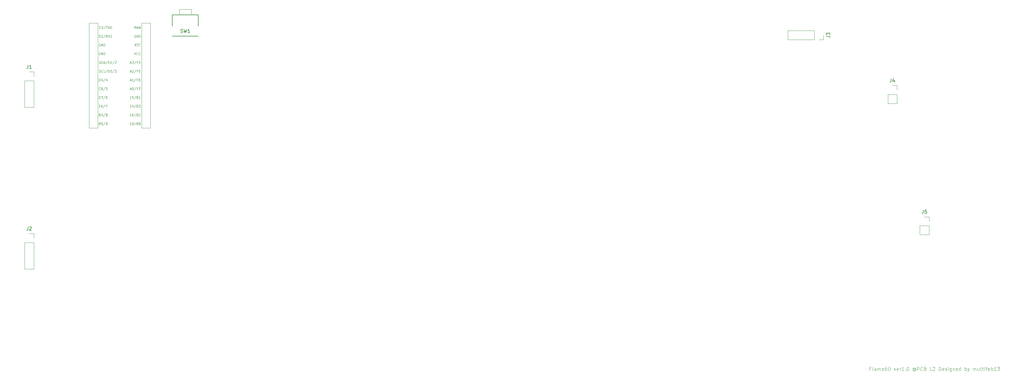
<source format=gbr>
G04 #@! TF.GenerationSoftware,KiCad,Pcbnew,(6.0.11)*
G04 #@! TF.CreationDate,2024-11-25T11:34:44+09:00*
G04 #@! TF.ProjectId,Flame60_PCB_Layer2,466c616d-6536-4305-9f50-43425f4c6179,rev?*
G04 #@! TF.SameCoordinates,Original*
G04 #@! TF.FileFunction,Legend,Top*
G04 #@! TF.FilePolarity,Positive*
%FSLAX46Y46*%
G04 Gerber Fmt 4.6, Leading zero omitted, Abs format (unit mm)*
G04 Created by KiCad (PCBNEW (6.0.11)) date 2024-11-25 11:34:44*
%MOMM*%
%LPD*%
G01*
G04 APERTURE LIST*
%ADD10C,0.125000*%
%ADD11C,0.150000*%
%ADD12C,0.120000*%
G04 APERTURE END LIST*
D10*
X315442559Y-162928571D02*
X315109226Y-162928571D01*
X315109226Y-163452380D02*
X315109226Y-162452380D01*
X315585416Y-162452380D01*
X316109226Y-163452380D02*
X316013988Y-163404761D01*
X315966369Y-163309523D01*
X315966369Y-162452380D01*
X316918750Y-163452380D02*
X316918750Y-162928571D01*
X316871130Y-162833333D01*
X316775892Y-162785714D01*
X316585416Y-162785714D01*
X316490178Y-162833333D01*
X316918750Y-163404761D02*
X316823511Y-163452380D01*
X316585416Y-163452380D01*
X316490178Y-163404761D01*
X316442559Y-163309523D01*
X316442559Y-163214285D01*
X316490178Y-163119047D01*
X316585416Y-163071428D01*
X316823511Y-163071428D01*
X316918750Y-163023809D01*
X317394940Y-163452380D02*
X317394940Y-162785714D01*
X317394940Y-162880952D02*
X317442559Y-162833333D01*
X317537797Y-162785714D01*
X317680654Y-162785714D01*
X317775892Y-162833333D01*
X317823511Y-162928571D01*
X317823511Y-163452380D01*
X317823511Y-162928571D02*
X317871130Y-162833333D01*
X317966369Y-162785714D01*
X318109226Y-162785714D01*
X318204464Y-162833333D01*
X318252083Y-162928571D01*
X318252083Y-163452380D01*
X319109226Y-163404761D02*
X319013988Y-163452380D01*
X318823511Y-163452380D01*
X318728273Y-163404761D01*
X318680654Y-163309523D01*
X318680654Y-162928571D01*
X318728273Y-162833333D01*
X318823511Y-162785714D01*
X319013988Y-162785714D01*
X319109226Y-162833333D01*
X319156845Y-162928571D01*
X319156845Y-163023809D01*
X318680654Y-163119047D01*
X320013988Y-162452380D02*
X319823511Y-162452380D01*
X319728273Y-162500000D01*
X319680654Y-162547619D01*
X319585416Y-162690476D01*
X319537797Y-162880952D01*
X319537797Y-163261904D01*
X319585416Y-163357142D01*
X319633035Y-163404761D01*
X319728273Y-163452380D01*
X319918750Y-163452380D01*
X320013988Y-163404761D01*
X320061607Y-163357142D01*
X320109226Y-163261904D01*
X320109226Y-163023809D01*
X320061607Y-162928571D01*
X320013988Y-162880952D01*
X319918750Y-162833333D01*
X319728273Y-162833333D01*
X319633035Y-162880952D01*
X319585416Y-162928571D01*
X319537797Y-163023809D01*
X320728273Y-162452380D02*
X320823511Y-162452380D01*
X320918750Y-162500000D01*
X320966369Y-162547619D01*
X321013988Y-162642857D01*
X321061607Y-162833333D01*
X321061607Y-163071428D01*
X321013988Y-163261904D01*
X320966369Y-163357142D01*
X320918750Y-163404761D01*
X320823511Y-163452380D01*
X320728273Y-163452380D01*
X320633035Y-163404761D01*
X320585416Y-163357142D01*
X320537797Y-163261904D01*
X320490178Y-163071428D01*
X320490178Y-162833333D01*
X320537797Y-162642857D01*
X320585416Y-162547619D01*
X320633035Y-162500000D01*
X320728273Y-162452380D01*
X322156845Y-162785714D02*
X322394940Y-163452380D01*
X322633035Y-162785714D01*
X323394940Y-163404761D02*
X323299702Y-163452380D01*
X323109226Y-163452380D01*
X323013988Y-163404761D01*
X322966369Y-163309523D01*
X322966369Y-162928571D01*
X323013988Y-162833333D01*
X323109226Y-162785714D01*
X323299702Y-162785714D01*
X323394940Y-162833333D01*
X323442559Y-162928571D01*
X323442559Y-163023809D01*
X322966369Y-163119047D01*
X323871130Y-163452380D02*
X323871130Y-162785714D01*
X323871130Y-162976190D02*
X323918750Y-162880952D01*
X323966369Y-162833333D01*
X324061607Y-162785714D01*
X324156845Y-162785714D01*
X325013988Y-163452380D02*
X324442559Y-163452380D01*
X324728273Y-163452380D02*
X324728273Y-162452380D01*
X324633035Y-162595238D01*
X324537797Y-162690476D01*
X324442559Y-162738095D01*
X325442559Y-163357142D02*
X325490178Y-163404761D01*
X325442559Y-163452380D01*
X325394940Y-163404761D01*
X325442559Y-163357142D01*
X325442559Y-163452380D01*
X326109226Y-162452380D02*
X326204464Y-162452380D01*
X326299702Y-162500000D01*
X326347321Y-162547619D01*
X326394940Y-162642857D01*
X326442559Y-162833333D01*
X326442559Y-163071428D01*
X326394940Y-163261904D01*
X326347321Y-163357142D01*
X326299702Y-163404761D01*
X326204464Y-163452380D01*
X326109226Y-163452380D01*
X326013988Y-163404761D01*
X325966369Y-163357142D01*
X325918750Y-163261904D01*
X325871130Y-163071428D01*
X325871130Y-162833333D01*
X325918750Y-162642857D01*
X325966369Y-162547619D01*
X326013988Y-162500000D01*
X326109226Y-162452380D01*
X328252083Y-162976190D02*
X328204464Y-162928571D01*
X328109226Y-162880952D01*
X328013988Y-162880952D01*
X327918750Y-162928571D01*
X327871130Y-162976190D01*
X327823511Y-163071428D01*
X327823511Y-163166666D01*
X327871130Y-163261904D01*
X327918750Y-163309523D01*
X328013988Y-163357142D01*
X328109226Y-163357142D01*
X328204464Y-163309523D01*
X328252083Y-163261904D01*
X328252083Y-162880952D02*
X328252083Y-163261904D01*
X328299702Y-163309523D01*
X328347321Y-163309523D01*
X328442559Y-163261904D01*
X328490178Y-163166666D01*
X328490178Y-162928571D01*
X328394940Y-162785714D01*
X328252083Y-162690476D01*
X328061607Y-162642857D01*
X327871130Y-162690476D01*
X327728273Y-162785714D01*
X327633035Y-162928571D01*
X327585416Y-163119047D01*
X327633035Y-163309523D01*
X327728273Y-163452380D01*
X327871130Y-163547619D01*
X328061607Y-163595238D01*
X328252083Y-163547619D01*
X328394940Y-163452380D01*
X328918750Y-163452380D02*
X328918750Y-162452380D01*
X329299702Y-162452380D01*
X329394940Y-162500000D01*
X329442559Y-162547619D01*
X329490178Y-162642857D01*
X329490178Y-162785714D01*
X329442559Y-162880952D01*
X329394940Y-162928571D01*
X329299702Y-162976190D01*
X328918750Y-162976190D01*
X330490178Y-163357142D02*
X330442559Y-163404761D01*
X330299702Y-163452380D01*
X330204464Y-163452380D01*
X330061607Y-163404761D01*
X329966369Y-163309523D01*
X329918750Y-163214285D01*
X329871130Y-163023809D01*
X329871130Y-162880952D01*
X329918750Y-162690476D01*
X329966369Y-162595238D01*
X330061607Y-162500000D01*
X330204464Y-162452380D01*
X330299702Y-162452380D01*
X330442559Y-162500000D01*
X330490178Y-162547619D01*
X331252083Y-162928571D02*
X331394940Y-162976190D01*
X331442559Y-163023809D01*
X331490178Y-163119047D01*
X331490178Y-163261904D01*
X331442559Y-163357142D01*
X331394940Y-163404761D01*
X331299702Y-163452380D01*
X330918750Y-163452380D01*
X330918750Y-162452380D01*
X331252083Y-162452380D01*
X331347321Y-162500000D01*
X331394940Y-162547619D01*
X331442559Y-162642857D01*
X331442559Y-162738095D01*
X331394940Y-162833333D01*
X331347321Y-162880952D01*
X331252083Y-162928571D01*
X330918750Y-162928571D01*
X333156845Y-163452380D02*
X332680654Y-163452380D01*
X332680654Y-162452380D01*
X333442559Y-162547619D02*
X333490178Y-162500000D01*
X333585416Y-162452380D01*
X333823511Y-162452380D01*
X333918750Y-162500000D01*
X333966369Y-162547619D01*
X334013988Y-162642857D01*
X334013988Y-162738095D01*
X333966369Y-162880952D01*
X333394940Y-163452380D01*
X334013988Y-163452380D01*
X335204464Y-163452380D02*
X335204464Y-162452380D01*
X335442559Y-162452380D01*
X335585416Y-162500000D01*
X335680654Y-162595238D01*
X335728273Y-162690476D01*
X335775892Y-162880952D01*
X335775892Y-163023809D01*
X335728273Y-163214285D01*
X335680654Y-163309523D01*
X335585416Y-163404761D01*
X335442559Y-163452380D01*
X335204464Y-163452380D01*
X336585416Y-163404761D02*
X336490178Y-163452380D01*
X336299702Y-163452380D01*
X336204464Y-163404761D01*
X336156845Y-163309523D01*
X336156845Y-162928571D01*
X336204464Y-162833333D01*
X336299702Y-162785714D01*
X336490178Y-162785714D01*
X336585416Y-162833333D01*
X336633035Y-162928571D01*
X336633035Y-163023809D01*
X336156845Y-163119047D01*
X337013988Y-163404761D02*
X337109226Y-163452380D01*
X337299702Y-163452380D01*
X337394940Y-163404761D01*
X337442559Y-163309523D01*
X337442559Y-163261904D01*
X337394940Y-163166666D01*
X337299702Y-163119047D01*
X337156845Y-163119047D01*
X337061607Y-163071428D01*
X337013988Y-162976190D01*
X337013988Y-162928571D01*
X337061607Y-162833333D01*
X337156845Y-162785714D01*
X337299702Y-162785714D01*
X337394940Y-162833333D01*
X337871130Y-163452380D02*
X337871130Y-162785714D01*
X337871130Y-162452380D02*
X337823511Y-162500000D01*
X337871130Y-162547619D01*
X337918750Y-162500000D01*
X337871130Y-162452380D01*
X337871130Y-162547619D01*
X338775892Y-162785714D02*
X338775892Y-163595238D01*
X338728273Y-163690476D01*
X338680654Y-163738095D01*
X338585416Y-163785714D01*
X338442559Y-163785714D01*
X338347321Y-163738095D01*
X338775892Y-163404761D02*
X338680654Y-163452380D01*
X338490178Y-163452380D01*
X338394940Y-163404761D01*
X338347321Y-163357142D01*
X338299702Y-163261904D01*
X338299702Y-162976190D01*
X338347321Y-162880952D01*
X338394940Y-162833333D01*
X338490178Y-162785714D01*
X338680654Y-162785714D01*
X338775892Y-162833333D01*
X339252083Y-162785714D02*
X339252083Y-163452380D01*
X339252083Y-162880952D02*
X339299702Y-162833333D01*
X339394940Y-162785714D01*
X339537797Y-162785714D01*
X339633035Y-162833333D01*
X339680654Y-162928571D01*
X339680654Y-163452380D01*
X340537797Y-163404761D02*
X340442559Y-163452380D01*
X340252083Y-163452380D01*
X340156845Y-163404761D01*
X340109226Y-163309523D01*
X340109226Y-162928571D01*
X340156845Y-162833333D01*
X340252083Y-162785714D01*
X340442559Y-162785714D01*
X340537797Y-162833333D01*
X340585416Y-162928571D01*
X340585416Y-163023809D01*
X340109226Y-163119047D01*
X341442559Y-163452380D02*
X341442559Y-162452380D01*
X341442559Y-163404761D02*
X341347321Y-163452380D01*
X341156845Y-163452380D01*
X341061607Y-163404761D01*
X341013988Y-163357142D01*
X340966369Y-163261904D01*
X340966369Y-162976190D01*
X341013988Y-162880952D01*
X341061607Y-162833333D01*
X341156845Y-162785714D01*
X341347321Y-162785714D01*
X341442559Y-162833333D01*
X342680654Y-163452380D02*
X342680654Y-162452380D01*
X342680654Y-162833333D02*
X342775892Y-162785714D01*
X342966369Y-162785714D01*
X343061607Y-162833333D01*
X343109226Y-162880952D01*
X343156845Y-162976190D01*
X343156845Y-163261904D01*
X343109226Y-163357142D01*
X343061607Y-163404761D01*
X342966369Y-163452380D01*
X342775892Y-163452380D01*
X342680654Y-163404761D01*
X343490178Y-162785714D02*
X343728273Y-163452380D01*
X343966369Y-162785714D02*
X343728273Y-163452380D01*
X343633035Y-163690476D01*
X343585416Y-163738095D01*
X343490178Y-163785714D01*
X345109226Y-163452380D02*
X345109226Y-162785714D01*
X345109226Y-162880952D02*
X345156845Y-162833333D01*
X345252083Y-162785714D01*
X345394940Y-162785714D01*
X345490178Y-162833333D01*
X345537797Y-162928571D01*
X345537797Y-163452380D01*
X345537797Y-162928571D02*
X345585416Y-162833333D01*
X345680654Y-162785714D01*
X345823511Y-162785714D01*
X345918750Y-162833333D01*
X345966369Y-162928571D01*
X345966369Y-163452380D01*
X346871130Y-162785714D02*
X346871130Y-163452380D01*
X346442559Y-162785714D02*
X346442559Y-163309523D01*
X346490178Y-163404761D01*
X346585416Y-163452380D01*
X346728273Y-163452380D01*
X346823511Y-163404761D01*
X346871130Y-163357142D01*
X347490178Y-163452380D02*
X347394940Y-163404761D01*
X347347321Y-163309523D01*
X347347321Y-162452380D01*
X347728273Y-162785714D02*
X348109226Y-162785714D01*
X347871130Y-162452380D02*
X347871130Y-163309523D01*
X347918750Y-163404761D01*
X348013988Y-163452380D01*
X348109226Y-163452380D01*
X348442559Y-163452380D02*
X348442559Y-162785714D01*
X348442559Y-162452380D02*
X348394940Y-162500000D01*
X348442559Y-162547619D01*
X348490178Y-162500000D01*
X348442559Y-162452380D01*
X348442559Y-162547619D01*
X348775892Y-162785714D02*
X349156845Y-162785714D01*
X348918750Y-163452380D02*
X348918750Y-162595238D01*
X348966369Y-162500000D01*
X349061607Y-162452380D01*
X349156845Y-162452380D01*
X349871130Y-163404761D02*
X349775892Y-163452380D01*
X349585416Y-163452380D01*
X349490178Y-163404761D01*
X349442559Y-163309523D01*
X349442559Y-162928571D01*
X349490178Y-162833333D01*
X349585416Y-162785714D01*
X349775892Y-162785714D01*
X349871130Y-162833333D01*
X349918750Y-162928571D01*
X349918750Y-163023809D01*
X349442559Y-163119047D01*
X350347321Y-163452380D02*
X350347321Y-162452380D01*
X350347321Y-162833333D02*
X350442559Y-162785714D01*
X350633035Y-162785714D01*
X350728273Y-162833333D01*
X350775892Y-162880952D01*
X350823511Y-162976190D01*
X350823511Y-163261904D01*
X350775892Y-163357142D01*
X350728273Y-163404761D01*
X350633035Y-163452380D01*
X350442559Y-163452380D01*
X350347321Y-163404761D01*
X351775892Y-163452380D02*
X351204464Y-163452380D01*
X351490178Y-163452380D02*
X351490178Y-162452380D01*
X351394940Y-162595238D01*
X351299702Y-162690476D01*
X351204464Y-162738095D01*
X352109226Y-162452380D02*
X352728273Y-162452380D01*
X352394940Y-162833333D01*
X352537797Y-162833333D01*
X352633035Y-162880952D01*
X352680654Y-162928571D01*
X352728273Y-163023809D01*
X352728273Y-163261904D01*
X352680654Y-163357142D01*
X352633035Y-163404761D01*
X352537797Y-163452380D01*
X352252083Y-163452380D01*
X352156845Y-163404761D01*
X352109226Y-163357142D01*
D11*
X115347916Y-65264761D02*
X115490773Y-65312380D01*
X115728869Y-65312380D01*
X115824107Y-65264761D01*
X115871726Y-65217142D01*
X115919345Y-65121904D01*
X115919345Y-65026666D01*
X115871726Y-64931428D01*
X115824107Y-64883809D01*
X115728869Y-64836190D01*
X115538392Y-64788571D01*
X115443154Y-64740952D01*
X115395535Y-64693333D01*
X115347916Y-64598095D01*
X115347916Y-64502857D01*
X115395535Y-64407619D01*
X115443154Y-64360000D01*
X115538392Y-64312380D01*
X115776488Y-64312380D01*
X115919345Y-64360000D01*
X116252678Y-64312380D02*
X116490773Y-65312380D01*
X116681250Y-64598095D01*
X116871726Y-65312380D01*
X117109821Y-64312380D01*
X118014583Y-65312380D02*
X117443154Y-65312380D01*
X117728869Y-65312380D02*
X117728869Y-64312380D01*
X117633630Y-64455238D01*
X117538392Y-64550476D01*
X117443154Y-64598095D01*
X71066666Y-121682380D02*
X71066666Y-122396666D01*
X71019047Y-122539523D01*
X70923809Y-122634761D01*
X70780952Y-122682380D01*
X70685714Y-122682380D01*
X71495238Y-121777619D02*
X71542857Y-121730000D01*
X71638095Y-121682380D01*
X71876190Y-121682380D01*
X71971428Y-121730000D01*
X72019047Y-121777619D01*
X72066666Y-121872857D01*
X72066666Y-121968095D01*
X72019047Y-122110952D01*
X71447619Y-122682380D01*
X72066666Y-122682380D01*
X302577380Y-66377083D02*
X303291666Y-66377083D01*
X303434523Y-66424702D01*
X303529761Y-66519940D01*
X303577380Y-66662797D01*
X303577380Y-66758035D01*
X302577380Y-65996130D02*
X302577380Y-65377083D01*
X302958333Y-65710416D01*
X302958333Y-65567559D01*
X303005952Y-65472321D01*
X303053571Y-65424702D01*
X303148809Y-65377083D01*
X303386904Y-65377083D01*
X303482142Y-65424702D01*
X303529761Y-65472321D01*
X303577380Y-65567559D01*
X303577380Y-65853273D01*
X303529761Y-65948511D01*
X303482142Y-65996130D01*
X71066666Y-74682380D02*
X71066666Y-75396666D01*
X71019047Y-75539523D01*
X70923809Y-75634761D01*
X70780952Y-75682380D01*
X70685714Y-75682380D01*
X72066666Y-75682380D02*
X71495238Y-75682380D01*
X71780952Y-75682380D02*
X71780952Y-74682380D01*
X71685714Y-74825238D01*
X71590476Y-74920476D01*
X71495238Y-74968095D01*
D10*
X100661935Y-81720001D02*
X100980983Y-81720001D01*
X100598126Y-81934286D02*
X100821459Y-81184286D01*
X101044792Y-81934286D01*
X101395745Y-81184286D02*
X101459554Y-81184286D01*
X101523364Y-81220001D01*
X101555269Y-81255715D01*
X101587173Y-81327143D01*
X101619078Y-81470001D01*
X101619078Y-81648572D01*
X101587173Y-81791429D01*
X101555269Y-81862858D01*
X101523364Y-81898572D01*
X101459554Y-81934286D01*
X101395745Y-81934286D01*
X101331935Y-81898572D01*
X101300030Y-81862858D01*
X101268126Y-81791429D01*
X101236221Y-81648572D01*
X101236221Y-81470001D01*
X101268126Y-81327143D01*
X101300030Y-81255715D01*
X101331935Y-81220001D01*
X101395745Y-81184286D01*
X102384792Y-81148572D02*
X101810507Y-82112858D01*
X102831459Y-81541429D02*
X102608126Y-81541429D01*
X102608126Y-81934286D02*
X102608126Y-81184286D01*
X102927173Y-81184286D01*
X103118602Y-81184286D02*
X103565269Y-81184286D01*
X103278126Y-81934286D01*
X91668126Y-79394286D02*
X91668126Y-78644286D01*
X91827650Y-78644286D01*
X91923364Y-78680001D01*
X91987173Y-78751429D01*
X92019078Y-78822858D01*
X92050983Y-78965715D01*
X92050983Y-79072858D01*
X92019078Y-79215715D01*
X91987173Y-79287143D01*
X91923364Y-79358572D01*
X91827650Y-79394286D01*
X91668126Y-79394286D01*
X92625269Y-78894286D02*
X92625269Y-79394286D01*
X92465745Y-78608572D02*
X92306221Y-79144286D01*
X92720983Y-79144286D01*
X93454792Y-78608572D02*
X92880507Y-79572858D01*
X93965269Y-78894286D02*
X93965269Y-79394286D01*
X93805745Y-78608572D02*
X93646221Y-79144286D01*
X94060983Y-79144286D01*
X100965030Y-84474286D02*
X100582173Y-84474286D01*
X100773602Y-84474286D02*
X100773602Y-83724286D01*
X100709792Y-83831429D01*
X100645983Y-83902858D01*
X100582173Y-83938572D01*
X101571221Y-83724286D02*
X101252173Y-83724286D01*
X101220269Y-84081429D01*
X101252173Y-84045715D01*
X101315983Y-84010001D01*
X101475507Y-84010001D01*
X101539316Y-84045715D01*
X101571221Y-84081429D01*
X101603126Y-84152858D01*
X101603126Y-84331429D01*
X101571221Y-84402858D01*
X101539316Y-84438572D01*
X101475507Y-84474286D01*
X101315983Y-84474286D01*
X101252173Y-84438572D01*
X101220269Y-84402858D01*
X102368840Y-83688572D02*
X101794554Y-84652858D01*
X102815507Y-84081429D02*
X102911221Y-84117143D01*
X102943126Y-84152858D01*
X102975030Y-84224286D01*
X102975030Y-84331429D01*
X102943126Y-84402858D01*
X102911221Y-84438572D01*
X102847411Y-84474286D01*
X102592173Y-84474286D01*
X102592173Y-83724286D01*
X102815507Y-83724286D01*
X102879316Y-83760001D01*
X102911221Y-83795715D01*
X102943126Y-83867143D01*
X102943126Y-83938572D01*
X102911221Y-84010001D01*
X102879316Y-84045715D01*
X102815507Y-84081429D01*
X102592173Y-84081429D01*
X103613126Y-84474286D02*
X103230269Y-84474286D01*
X103421697Y-84474286D02*
X103421697Y-83724286D01*
X103357888Y-83831429D01*
X103294078Y-83902858D01*
X103230269Y-83938572D01*
X91763840Y-64154286D02*
X91763840Y-63404286D01*
X91923364Y-63404286D01*
X92019078Y-63440001D01*
X92082888Y-63511429D01*
X92114792Y-63582858D01*
X92146697Y-63725715D01*
X92146697Y-63832858D01*
X92114792Y-63975715D01*
X92082888Y-64047143D01*
X92019078Y-64118572D01*
X91923364Y-64154286D01*
X91763840Y-64154286D01*
X92370030Y-63404286D02*
X92784792Y-63404286D01*
X92561459Y-63690001D01*
X92657173Y-63690001D01*
X92720983Y-63725715D01*
X92752888Y-63761429D01*
X92784792Y-63832858D01*
X92784792Y-64011429D01*
X92752888Y-64082858D01*
X92720983Y-64118572D01*
X92657173Y-64154286D01*
X92465745Y-64154286D01*
X92401935Y-64118572D01*
X92370030Y-64082858D01*
X93550507Y-63368572D02*
X92976221Y-64332858D01*
X93678126Y-63404286D02*
X94060983Y-63404286D01*
X93869554Y-64154286D02*
X93869554Y-63404286D01*
X94220507Y-63404286D02*
X94667173Y-64154286D01*
X94667173Y-63404286D02*
X94220507Y-64154286D01*
X95050030Y-63404286D02*
X95113840Y-63404286D01*
X95177650Y-63440001D01*
X95209554Y-63475715D01*
X95241459Y-63547143D01*
X95273364Y-63690001D01*
X95273364Y-63868572D01*
X95241459Y-64011429D01*
X95209554Y-64082858D01*
X95177650Y-64118572D01*
X95113840Y-64154286D01*
X95050030Y-64154286D01*
X94986221Y-64118572D01*
X94954316Y-64082858D01*
X94922411Y-64011429D01*
X94890507Y-63868572D01*
X94890507Y-63690001D01*
X94922411Y-63547143D01*
X94954316Y-63475715D01*
X94986221Y-63440001D01*
X95050030Y-63404286D01*
X91684078Y-66694286D02*
X91684078Y-65944286D01*
X91843602Y-65944286D01*
X91939316Y-65980001D01*
X92003126Y-66051429D01*
X92035030Y-66122858D01*
X92066935Y-66265715D01*
X92066935Y-66372858D01*
X92035030Y-66515715D01*
X92003126Y-66587143D01*
X91939316Y-66658572D01*
X91843602Y-66694286D01*
X91684078Y-66694286D01*
X92322173Y-66015715D02*
X92354078Y-65980001D01*
X92417888Y-65944286D01*
X92577411Y-65944286D01*
X92641221Y-65980001D01*
X92673126Y-66015715D01*
X92705030Y-66087143D01*
X92705030Y-66158572D01*
X92673126Y-66265715D01*
X92290269Y-66694286D01*
X92705030Y-66694286D01*
X93470745Y-65908572D02*
X92896459Y-66872858D01*
X94076935Y-66694286D02*
X93853602Y-66337143D01*
X93694078Y-66694286D02*
X93694078Y-65944286D01*
X93949316Y-65944286D01*
X94013126Y-65980001D01*
X94045030Y-66015715D01*
X94076935Y-66087143D01*
X94076935Y-66194286D01*
X94045030Y-66265715D01*
X94013126Y-66301429D01*
X93949316Y-66337143D01*
X93694078Y-66337143D01*
X94300269Y-65944286D02*
X94746935Y-66694286D01*
X94746935Y-65944286D02*
X94300269Y-66694286D01*
X95353126Y-66694286D02*
X94970269Y-66694286D01*
X95161697Y-66694286D02*
X95161697Y-65944286D01*
X95097888Y-66051429D01*
X95034078Y-66122858D01*
X94970269Y-66158572D01*
X102257173Y-65980001D02*
X102193364Y-65944286D01*
X102097650Y-65944286D01*
X102001935Y-65980001D01*
X101938126Y-66051429D01*
X101906221Y-66122858D01*
X101874316Y-66265715D01*
X101874316Y-66372858D01*
X101906221Y-66515715D01*
X101938126Y-66587143D01*
X102001935Y-66658572D01*
X102097650Y-66694286D01*
X102161459Y-66694286D01*
X102257173Y-66658572D01*
X102289078Y-66622858D01*
X102289078Y-66372858D01*
X102161459Y-66372858D01*
X102576221Y-66694286D02*
X102576221Y-65944286D01*
X102959078Y-66694286D01*
X102959078Y-65944286D01*
X103278126Y-66694286D02*
X103278126Y-65944286D01*
X103437650Y-65944286D01*
X103533364Y-65980001D01*
X103597173Y-66051429D01*
X103629078Y-66122858D01*
X103660983Y-66265715D01*
X103660983Y-66372858D01*
X103629078Y-66515715D01*
X103597173Y-66587143D01*
X103533364Y-66658572D01*
X103437650Y-66694286D01*
X103278126Y-66694286D01*
X100661935Y-74100001D02*
X100980983Y-74100001D01*
X100598126Y-74314286D02*
X100821459Y-73564286D01*
X101044792Y-74314286D01*
X101204316Y-73564286D02*
X101619078Y-73564286D01*
X101395745Y-73850001D01*
X101491459Y-73850001D01*
X101555269Y-73885715D01*
X101587173Y-73921429D01*
X101619078Y-73992858D01*
X101619078Y-74171429D01*
X101587173Y-74242858D01*
X101555269Y-74278572D01*
X101491459Y-74314286D01*
X101300030Y-74314286D01*
X101236221Y-74278572D01*
X101204316Y-74242858D01*
X102384792Y-73528572D02*
X101810507Y-74492858D01*
X102831459Y-73921429D02*
X102608126Y-73921429D01*
X102608126Y-74314286D02*
X102608126Y-73564286D01*
X102927173Y-73564286D01*
X103469554Y-73814286D02*
X103469554Y-74314286D01*
X103310030Y-73528572D02*
X103150507Y-74064286D01*
X103565269Y-74064286D01*
X102400745Y-69234286D02*
X102177411Y-68877143D01*
X102017888Y-69234286D02*
X102017888Y-68484286D01*
X102273126Y-68484286D01*
X102336935Y-68520001D01*
X102368840Y-68555715D01*
X102400745Y-68627143D01*
X102400745Y-68734286D01*
X102368840Y-68805715D01*
X102336935Y-68841429D01*
X102273126Y-68877143D01*
X102017888Y-68877143D01*
X102655983Y-69198572D02*
X102751697Y-69234286D01*
X102911221Y-69234286D01*
X102975030Y-69198572D01*
X103006935Y-69162858D01*
X103038840Y-69091429D01*
X103038840Y-69020001D01*
X103006935Y-68948572D01*
X102975030Y-68912858D01*
X102911221Y-68877143D01*
X102783602Y-68841429D01*
X102719792Y-68805715D01*
X102687888Y-68770001D01*
X102655983Y-68698572D01*
X102655983Y-68627143D01*
X102687888Y-68555715D01*
X102719792Y-68520001D01*
X102783602Y-68484286D01*
X102943126Y-68484286D01*
X103038840Y-68520001D01*
X103230269Y-68484286D02*
X103613126Y-68484286D01*
X103421697Y-69234286D02*
X103421697Y-68484286D01*
X91700030Y-76818572D02*
X91795745Y-76854286D01*
X91955269Y-76854286D01*
X92019078Y-76818572D01*
X92050983Y-76782858D01*
X92082888Y-76711429D01*
X92082888Y-76640001D01*
X92050983Y-76568572D01*
X92019078Y-76532858D01*
X91955269Y-76497143D01*
X91827650Y-76461429D01*
X91763840Y-76425715D01*
X91731935Y-76390001D01*
X91700030Y-76318572D01*
X91700030Y-76247143D01*
X91731935Y-76175715D01*
X91763840Y-76140001D01*
X91827650Y-76104286D01*
X91987173Y-76104286D01*
X92082888Y-76140001D01*
X92752888Y-76782858D02*
X92720983Y-76818572D01*
X92625269Y-76854286D01*
X92561459Y-76854286D01*
X92465745Y-76818572D01*
X92401935Y-76747143D01*
X92370030Y-76675715D01*
X92338126Y-76532858D01*
X92338126Y-76425715D01*
X92370030Y-76282858D01*
X92401935Y-76211429D01*
X92465745Y-76140001D01*
X92561459Y-76104286D01*
X92625269Y-76104286D01*
X92720983Y-76140001D01*
X92752888Y-76175715D01*
X93359078Y-76854286D02*
X93040030Y-76854286D01*
X93040030Y-76104286D01*
X94060983Y-76068572D02*
X93486697Y-77032858D01*
X94284316Y-76854286D02*
X94284316Y-76104286D01*
X94443840Y-76104286D01*
X94539554Y-76140001D01*
X94603364Y-76211429D01*
X94635269Y-76282858D01*
X94667173Y-76425715D01*
X94667173Y-76532858D01*
X94635269Y-76675715D01*
X94603364Y-76747143D01*
X94539554Y-76818572D01*
X94443840Y-76854286D01*
X94284316Y-76854286D01*
X95081935Y-76104286D02*
X95145745Y-76104286D01*
X95209554Y-76140001D01*
X95241459Y-76175715D01*
X95273364Y-76247143D01*
X95305269Y-76390001D01*
X95305269Y-76568572D01*
X95273364Y-76711429D01*
X95241459Y-76782858D01*
X95209554Y-76818572D01*
X95145745Y-76854286D01*
X95081935Y-76854286D01*
X95018126Y-76818572D01*
X94986221Y-76782858D01*
X94954316Y-76711429D01*
X94922411Y-76568572D01*
X94922411Y-76390001D01*
X94954316Y-76247143D01*
X94986221Y-76175715D01*
X95018126Y-76140001D01*
X95081935Y-76104286D01*
X96070983Y-76068572D02*
X95496697Y-77032858D01*
X96230507Y-76104286D02*
X96645269Y-76104286D01*
X96421935Y-76390001D01*
X96517650Y-76390001D01*
X96581459Y-76425715D01*
X96613364Y-76461429D01*
X96645269Y-76532858D01*
X96645269Y-76711429D01*
X96613364Y-76782858D01*
X96581459Y-76818572D01*
X96517650Y-76854286D01*
X96326221Y-76854286D01*
X96262411Y-76818572D01*
X96230507Y-76782858D01*
X91987173Y-68520001D02*
X91923364Y-68484286D01*
X91827650Y-68484286D01*
X91731935Y-68520001D01*
X91668126Y-68591429D01*
X91636221Y-68662858D01*
X91604316Y-68805715D01*
X91604316Y-68912858D01*
X91636221Y-69055715D01*
X91668126Y-69127143D01*
X91731935Y-69198572D01*
X91827650Y-69234286D01*
X91891459Y-69234286D01*
X91987173Y-69198572D01*
X92019078Y-69162858D01*
X92019078Y-68912858D01*
X91891459Y-68912858D01*
X92306221Y-69234286D02*
X92306221Y-68484286D01*
X92689078Y-69234286D01*
X92689078Y-68484286D01*
X93008126Y-69234286D02*
X93008126Y-68484286D01*
X93167650Y-68484286D01*
X93263364Y-68520001D01*
X93327173Y-68591429D01*
X93359078Y-68662858D01*
X93390983Y-68805715D01*
X93390983Y-68912858D01*
X93359078Y-69055715D01*
X93327173Y-69127143D01*
X93263364Y-69198572D01*
X93167650Y-69234286D01*
X93008126Y-69234286D01*
X92050983Y-81862858D02*
X92019078Y-81898572D01*
X91923364Y-81934286D01*
X91859554Y-81934286D01*
X91763840Y-81898572D01*
X91700030Y-81827143D01*
X91668126Y-81755715D01*
X91636221Y-81612858D01*
X91636221Y-81505715D01*
X91668126Y-81362858D01*
X91700030Y-81291429D01*
X91763840Y-81220001D01*
X91859554Y-81184286D01*
X91923364Y-81184286D01*
X92019078Y-81220001D01*
X92050983Y-81255715D01*
X92625269Y-81184286D02*
X92497650Y-81184286D01*
X92433840Y-81220001D01*
X92401935Y-81255715D01*
X92338126Y-81362858D01*
X92306221Y-81505715D01*
X92306221Y-81791429D01*
X92338126Y-81862858D01*
X92370030Y-81898572D01*
X92433840Y-81934286D01*
X92561459Y-81934286D01*
X92625269Y-81898572D01*
X92657173Y-81862858D01*
X92689078Y-81791429D01*
X92689078Y-81612858D01*
X92657173Y-81541429D01*
X92625269Y-81505715D01*
X92561459Y-81470001D01*
X92433840Y-81470001D01*
X92370030Y-81505715D01*
X92338126Y-81541429D01*
X92306221Y-81612858D01*
X93454792Y-81148572D02*
X92880507Y-82112858D01*
X93997173Y-81184286D02*
X93678126Y-81184286D01*
X93646221Y-81541429D01*
X93678126Y-81505715D01*
X93741935Y-81470001D01*
X93901459Y-81470001D01*
X93965269Y-81505715D01*
X93997173Y-81541429D01*
X94029078Y-81612858D01*
X94029078Y-81791429D01*
X93997173Y-81862858D01*
X93965269Y-81898572D01*
X93901459Y-81934286D01*
X93741935Y-81934286D01*
X93678126Y-81898572D01*
X93646221Y-81862858D01*
X100661935Y-79180001D02*
X100980983Y-79180001D01*
X100598126Y-79394286D02*
X100821459Y-78644286D01*
X101044792Y-79394286D01*
X101619078Y-79394286D02*
X101236221Y-79394286D01*
X101427650Y-79394286D02*
X101427650Y-78644286D01*
X101363840Y-78751429D01*
X101300030Y-78822858D01*
X101236221Y-78858572D01*
X102384792Y-78608572D02*
X101810507Y-79572858D01*
X102831459Y-79001429D02*
X102608126Y-79001429D01*
X102608126Y-79394286D02*
X102608126Y-78644286D01*
X102927173Y-78644286D01*
X103469554Y-78644286D02*
X103341935Y-78644286D01*
X103278126Y-78680001D01*
X103246221Y-78715715D01*
X103182411Y-78822858D01*
X103150507Y-78965715D01*
X103150507Y-79251429D01*
X103182411Y-79322858D01*
X103214316Y-79358572D01*
X103278126Y-79394286D01*
X103405745Y-79394286D01*
X103469554Y-79358572D01*
X103501459Y-79322858D01*
X103533364Y-79251429D01*
X103533364Y-79072858D01*
X103501459Y-79001429D01*
X103469554Y-78965715D01*
X103405745Y-78930001D01*
X103278126Y-78930001D01*
X103214316Y-78965715D01*
X103182411Y-79001429D01*
X103150507Y-79072858D01*
X91891459Y-91701429D02*
X91987173Y-91737143D01*
X92019078Y-91772858D01*
X92050983Y-91844286D01*
X92050983Y-91951429D01*
X92019078Y-92022858D01*
X91987173Y-92058572D01*
X91923364Y-92094286D01*
X91668126Y-92094286D01*
X91668126Y-91344286D01*
X91891459Y-91344286D01*
X91955269Y-91380001D01*
X91987173Y-91415715D01*
X92019078Y-91487143D01*
X92019078Y-91558572D01*
X91987173Y-91630001D01*
X91955269Y-91665715D01*
X91891459Y-91701429D01*
X91668126Y-91701429D01*
X92657173Y-91344286D02*
X92338126Y-91344286D01*
X92306221Y-91701429D01*
X92338126Y-91665715D01*
X92401935Y-91630001D01*
X92561459Y-91630001D01*
X92625269Y-91665715D01*
X92657173Y-91701429D01*
X92689078Y-91772858D01*
X92689078Y-91951429D01*
X92657173Y-92022858D01*
X92625269Y-92058572D01*
X92561459Y-92094286D01*
X92401935Y-92094286D01*
X92338126Y-92058572D01*
X92306221Y-92022858D01*
X93454792Y-91308572D02*
X92880507Y-92272858D01*
X93710030Y-92094286D02*
X93837650Y-92094286D01*
X93901459Y-92058572D01*
X93933364Y-92022858D01*
X93997173Y-91915715D01*
X94029078Y-91772858D01*
X94029078Y-91487143D01*
X93997173Y-91415715D01*
X93965269Y-91380001D01*
X93901459Y-91344286D01*
X93773840Y-91344286D01*
X93710030Y-91380001D01*
X93678126Y-91415715D01*
X93646221Y-91487143D01*
X93646221Y-91665715D01*
X93678126Y-91737143D01*
X93710030Y-91772858D01*
X93773840Y-91808572D01*
X93901459Y-91808572D01*
X93965269Y-91772858D01*
X93997173Y-91737143D01*
X94029078Y-91665715D01*
X91668126Y-84474286D02*
X91668126Y-83724286D01*
X91827650Y-83724286D01*
X91923364Y-83760001D01*
X91987173Y-83831429D01*
X92019078Y-83902858D01*
X92050983Y-84045715D01*
X92050983Y-84152858D01*
X92019078Y-84295715D01*
X91987173Y-84367143D01*
X91923364Y-84438572D01*
X91827650Y-84474286D01*
X91668126Y-84474286D01*
X92274316Y-83724286D02*
X92720983Y-83724286D01*
X92433840Y-84474286D01*
X93454792Y-83688572D02*
X92880507Y-84652858D01*
X93965269Y-83724286D02*
X93837650Y-83724286D01*
X93773840Y-83760001D01*
X93741935Y-83795715D01*
X93678126Y-83902858D01*
X93646221Y-84045715D01*
X93646221Y-84331429D01*
X93678126Y-84402858D01*
X93710030Y-84438572D01*
X93773840Y-84474286D01*
X93901459Y-84474286D01*
X93965269Y-84438572D01*
X93997173Y-84402858D01*
X94029078Y-84331429D01*
X94029078Y-84152858D01*
X93997173Y-84081429D01*
X93965269Y-84045715D01*
X93901459Y-84010001D01*
X93773840Y-84010001D01*
X93710030Y-84045715D01*
X93678126Y-84081429D01*
X93646221Y-84152858D01*
X91987173Y-71060001D02*
X91923364Y-71024286D01*
X91827650Y-71024286D01*
X91731935Y-71060001D01*
X91668126Y-71131429D01*
X91636221Y-71202858D01*
X91604316Y-71345715D01*
X91604316Y-71452858D01*
X91636221Y-71595715D01*
X91668126Y-71667143D01*
X91731935Y-71738572D01*
X91827650Y-71774286D01*
X91891459Y-71774286D01*
X91987173Y-71738572D01*
X92019078Y-71702858D01*
X92019078Y-71452858D01*
X91891459Y-71452858D01*
X92306221Y-71774286D02*
X92306221Y-71024286D01*
X92689078Y-71774286D01*
X92689078Y-71024286D01*
X93008126Y-71774286D02*
X93008126Y-71024286D01*
X93167650Y-71024286D01*
X93263364Y-71060001D01*
X93327173Y-71131429D01*
X93359078Y-71202858D01*
X93390983Y-71345715D01*
X93390983Y-71452858D01*
X93359078Y-71595715D01*
X93327173Y-71667143D01*
X93263364Y-71738572D01*
X93167650Y-71774286D01*
X93008126Y-71774286D01*
X100965030Y-87014286D02*
X100582173Y-87014286D01*
X100773602Y-87014286D02*
X100773602Y-86264286D01*
X100709792Y-86371429D01*
X100645983Y-86442858D01*
X100582173Y-86478572D01*
X101539316Y-86514286D02*
X101539316Y-87014286D01*
X101379792Y-86228572D02*
X101220269Y-86764286D01*
X101635030Y-86764286D01*
X102368840Y-86228572D02*
X101794554Y-87192858D01*
X102815507Y-86621429D02*
X102911221Y-86657143D01*
X102943126Y-86692858D01*
X102975030Y-86764286D01*
X102975030Y-86871429D01*
X102943126Y-86942858D01*
X102911221Y-86978572D01*
X102847411Y-87014286D01*
X102592173Y-87014286D01*
X102592173Y-86264286D01*
X102815507Y-86264286D01*
X102879316Y-86300001D01*
X102911221Y-86335715D01*
X102943126Y-86407143D01*
X102943126Y-86478572D01*
X102911221Y-86550001D01*
X102879316Y-86585715D01*
X102815507Y-86621429D01*
X102592173Y-86621429D01*
X103198364Y-86264286D02*
X103613126Y-86264286D01*
X103389792Y-86550001D01*
X103485507Y-86550001D01*
X103549316Y-86585715D01*
X103581221Y-86621429D01*
X103613126Y-86692858D01*
X103613126Y-86871429D01*
X103581221Y-86942858D01*
X103549316Y-86978572D01*
X103485507Y-87014286D01*
X103294078Y-87014286D01*
X103230269Y-86978572D01*
X103198364Y-86942858D01*
X102305030Y-64154286D02*
X102081697Y-63797143D01*
X101922173Y-64154286D02*
X101922173Y-63404286D01*
X102177411Y-63404286D01*
X102241221Y-63440001D01*
X102273126Y-63475715D01*
X102305030Y-63547143D01*
X102305030Y-63654286D01*
X102273126Y-63725715D01*
X102241221Y-63761429D01*
X102177411Y-63797143D01*
X101922173Y-63797143D01*
X102560269Y-63940001D02*
X102879316Y-63940001D01*
X102496459Y-64154286D02*
X102719792Y-63404286D01*
X102943126Y-64154286D01*
X103102650Y-63404286D02*
X103262173Y-64154286D01*
X103389792Y-63618572D01*
X103517411Y-64154286D01*
X103676935Y-63404286D01*
X91891459Y-89161429D02*
X91987173Y-89197143D01*
X92019078Y-89232858D01*
X92050983Y-89304286D01*
X92050983Y-89411429D01*
X92019078Y-89482858D01*
X91987173Y-89518572D01*
X91923364Y-89554286D01*
X91668126Y-89554286D01*
X91668126Y-88804286D01*
X91891459Y-88804286D01*
X91955269Y-88840001D01*
X91987173Y-88875715D01*
X92019078Y-88947143D01*
X92019078Y-89018572D01*
X91987173Y-89090001D01*
X91955269Y-89125715D01*
X91891459Y-89161429D01*
X91668126Y-89161429D01*
X92625269Y-89054286D02*
X92625269Y-89554286D01*
X92465745Y-88768572D02*
X92306221Y-89304286D01*
X92720983Y-89304286D01*
X93454792Y-88768572D02*
X92880507Y-89732858D01*
X93773840Y-89125715D02*
X93710030Y-89090001D01*
X93678126Y-89054286D01*
X93646221Y-88982858D01*
X93646221Y-88947143D01*
X93678126Y-88875715D01*
X93710030Y-88840001D01*
X93773840Y-88804286D01*
X93901459Y-88804286D01*
X93965269Y-88840001D01*
X93997173Y-88875715D01*
X94029078Y-88947143D01*
X94029078Y-88982858D01*
X93997173Y-89054286D01*
X93965269Y-89090001D01*
X93901459Y-89125715D01*
X93773840Y-89125715D01*
X93710030Y-89161429D01*
X93678126Y-89197143D01*
X93646221Y-89268572D01*
X93646221Y-89411429D01*
X93678126Y-89482858D01*
X93710030Y-89518572D01*
X93773840Y-89554286D01*
X93901459Y-89554286D01*
X93965269Y-89518572D01*
X93997173Y-89482858D01*
X94029078Y-89411429D01*
X94029078Y-89268572D01*
X93997173Y-89197143D01*
X93965269Y-89161429D01*
X93901459Y-89125715D01*
X91684078Y-74278572D02*
X91779792Y-74314286D01*
X91939316Y-74314286D01*
X92003126Y-74278572D01*
X92035030Y-74242858D01*
X92066935Y-74171429D01*
X92066935Y-74100001D01*
X92035030Y-74028572D01*
X92003126Y-73992858D01*
X91939316Y-73957143D01*
X91811697Y-73921429D01*
X91747888Y-73885715D01*
X91715983Y-73850001D01*
X91684078Y-73778572D01*
X91684078Y-73707143D01*
X91715983Y-73635715D01*
X91747888Y-73600001D01*
X91811697Y-73564286D01*
X91971221Y-73564286D01*
X92066935Y-73600001D01*
X92354078Y-74314286D02*
X92354078Y-73564286D01*
X92513602Y-73564286D01*
X92609316Y-73600001D01*
X92673126Y-73671429D01*
X92705030Y-73742858D01*
X92736935Y-73885715D01*
X92736935Y-73992858D01*
X92705030Y-74135715D01*
X92673126Y-74207143D01*
X92609316Y-74278572D01*
X92513602Y-74314286D01*
X92354078Y-74314286D01*
X92992173Y-74100001D02*
X93311221Y-74100001D01*
X92928364Y-74314286D02*
X93151697Y-73564286D01*
X93375030Y-74314286D01*
X94076935Y-73528572D02*
X93502650Y-74492858D01*
X94300269Y-74314286D02*
X94300269Y-73564286D01*
X94459792Y-73564286D01*
X94555507Y-73600001D01*
X94619316Y-73671429D01*
X94651221Y-73742858D01*
X94683126Y-73885715D01*
X94683126Y-73992858D01*
X94651221Y-74135715D01*
X94619316Y-74207143D01*
X94555507Y-74278572D01*
X94459792Y-74314286D01*
X94300269Y-74314286D01*
X95321221Y-74314286D02*
X94938364Y-74314286D01*
X95129792Y-74314286D02*
X95129792Y-73564286D01*
X95065983Y-73671429D01*
X95002173Y-73742858D01*
X94938364Y-73778572D01*
X96086935Y-73528572D02*
X95512650Y-74492858D01*
X96278364Y-73635715D02*
X96310269Y-73600001D01*
X96374078Y-73564286D01*
X96533602Y-73564286D01*
X96597411Y-73600001D01*
X96629316Y-73635715D01*
X96661221Y-73707143D01*
X96661221Y-73778572D01*
X96629316Y-73885715D01*
X96246459Y-74314286D01*
X96661221Y-74314286D01*
X91700030Y-86621429D02*
X91923364Y-86621429D01*
X92019078Y-87014286D02*
X91700030Y-87014286D01*
X91700030Y-86264286D01*
X92019078Y-86264286D01*
X92593364Y-86264286D02*
X92465745Y-86264286D01*
X92401935Y-86300001D01*
X92370030Y-86335715D01*
X92306221Y-86442858D01*
X92274316Y-86585715D01*
X92274316Y-86871429D01*
X92306221Y-86942858D01*
X92338126Y-86978572D01*
X92401935Y-87014286D01*
X92529554Y-87014286D01*
X92593364Y-86978572D01*
X92625269Y-86942858D01*
X92657173Y-86871429D01*
X92657173Y-86692858D01*
X92625269Y-86621429D01*
X92593364Y-86585715D01*
X92529554Y-86550001D01*
X92401935Y-86550001D01*
X92338126Y-86585715D01*
X92306221Y-86621429D01*
X92274316Y-86692858D01*
X93422888Y-86228572D02*
X92848602Y-87192858D01*
X93582411Y-86264286D02*
X94029078Y-86264286D01*
X93741935Y-87014286D01*
X100965030Y-89554286D02*
X100582173Y-89554286D01*
X100773602Y-89554286D02*
X100773602Y-88804286D01*
X100709792Y-88911429D01*
X100645983Y-88982858D01*
X100582173Y-89018572D01*
X101539316Y-88804286D02*
X101411697Y-88804286D01*
X101347888Y-88840001D01*
X101315983Y-88875715D01*
X101252173Y-88982858D01*
X101220269Y-89125715D01*
X101220269Y-89411429D01*
X101252173Y-89482858D01*
X101284078Y-89518572D01*
X101347888Y-89554286D01*
X101475507Y-89554286D01*
X101539316Y-89518572D01*
X101571221Y-89482858D01*
X101603126Y-89411429D01*
X101603126Y-89232858D01*
X101571221Y-89161429D01*
X101539316Y-89125715D01*
X101475507Y-89090001D01*
X101347888Y-89090001D01*
X101284078Y-89125715D01*
X101252173Y-89161429D01*
X101220269Y-89232858D01*
X102368840Y-88768572D02*
X101794554Y-89732858D01*
X102815507Y-89161429D02*
X102911221Y-89197143D01*
X102943126Y-89232858D01*
X102975030Y-89304286D01*
X102975030Y-89411429D01*
X102943126Y-89482858D01*
X102911221Y-89518572D01*
X102847411Y-89554286D01*
X102592173Y-89554286D01*
X102592173Y-88804286D01*
X102815507Y-88804286D01*
X102879316Y-88840001D01*
X102911221Y-88875715D01*
X102943126Y-88947143D01*
X102943126Y-89018572D01*
X102911221Y-89090001D01*
X102879316Y-89125715D01*
X102815507Y-89161429D01*
X102592173Y-89161429D01*
X103230269Y-88875715D02*
X103262173Y-88840001D01*
X103325983Y-88804286D01*
X103485507Y-88804286D01*
X103549316Y-88840001D01*
X103581221Y-88875715D01*
X103613126Y-88947143D01*
X103613126Y-89018572D01*
X103581221Y-89125715D01*
X103198364Y-89554286D01*
X103613126Y-89554286D01*
X100661935Y-76640001D02*
X100980983Y-76640001D01*
X100598126Y-76854286D02*
X100821459Y-76104286D01*
X101044792Y-76854286D01*
X101236221Y-76175715D02*
X101268126Y-76140001D01*
X101331935Y-76104286D01*
X101491459Y-76104286D01*
X101555269Y-76140001D01*
X101587173Y-76175715D01*
X101619078Y-76247143D01*
X101619078Y-76318572D01*
X101587173Y-76425715D01*
X101204316Y-76854286D01*
X101619078Y-76854286D01*
X102384792Y-76068572D02*
X101810507Y-77032858D01*
X102831459Y-76461429D02*
X102608126Y-76461429D01*
X102608126Y-76854286D02*
X102608126Y-76104286D01*
X102927173Y-76104286D01*
X103501459Y-76104286D02*
X103182411Y-76104286D01*
X103150507Y-76461429D01*
X103182411Y-76425715D01*
X103246221Y-76390001D01*
X103405745Y-76390001D01*
X103469554Y-76425715D01*
X103501459Y-76461429D01*
X103533364Y-76532858D01*
X103533364Y-76711429D01*
X103501459Y-76782858D01*
X103469554Y-76818572D01*
X103405745Y-76854286D01*
X103246221Y-76854286D01*
X103182411Y-76818572D01*
X103150507Y-76782858D01*
X100965030Y-92094286D02*
X100582173Y-92094286D01*
X100773602Y-92094286D02*
X100773602Y-91344286D01*
X100709792Y-91451429D01*
X100645983Y-91522858D01*
X100582173Y-91558572D01*
X101379792Y-91344286D02*
X101443602Y-91344286D01*
X101507411Y-91380001D01*
X101539316Y-91415715D01*
X101571221Y-91487143D01*
X101603126Y-91630001D01*
X101603126Y-91808572D01*
X101571221Y-91951429D01*
X101539316Y-92022858D01*
X101507411Y-92058572D01*
X101443602Y-92094286D01*
X101379792Y-92094286D01*
X101315983Y-92058572D01*
X101284078Y-92022858D01*
X101252173Y-91951429D01*
X101220269Y-91808572D01*
X101220269Y-91630001D01*
X101252173Y-91487143D01*
X101284078Y-91415715D01*
X101315983Y-91380001D01*
X101379792Y-91344286D01*
X102368840Y-91308572D02*
X101794554Y-92272858D01*
X102815507Y-91701429D02*
X102911221Y-91737143D01*
X102943126Y-91772858D01*
X102975030Y-91844286D01*
X102975030Y-91951429D01*
X102943126Y-92022858D01*
X102911221Y-92058572D01*
X102847411Y-92094286D01*
X102592173Y-92094286D01*
X102592173Y-91344286D01*
X102815507Y-91344286D01*
X102879316Y-91380001D01*
X102911221Y-91415715D01*
X102943126Y-91487143D01*
X102943126Y-91558572D01*
X102911221Y-91630001D01*
X102879316Y-91665715D01*
X102815507Y-91701429D01*
X102592173Y-91701429D01*
X103549316Y-91344286D02*
X103421697Y-91344286D01*
X103357888Y-91380001D01*
X103325983Y-91415715D01*
X103262173Y-91522858D01*
X103230269Y-91665715D01*
X103230269Y-91951429D01*
X103262173Y-92022858D01*
X103294078Y-92058572D01*
X103357888Y-92094286D01*
X103485507Y-92094286D01*
X103549316Y-92058572D01*
X103581221Y-92022858D01*
X103613126Y-91951429D01*
X103613126Y-91772858D01*
X103581221Y-91701429D01*
X103549316Y-91665715D01*
X103485507Y-91630001D01*
X103357888Y-91630001D01*
X103294078Y-91665715D01*
X103262173Y-91701429D01*
X103230269Y-91772858D01*
X101874316Y-71024286D02*
X102097650Y-71774286D01*
X102320983Y-71024286D01*
X102927173Y-71702858D02*
X102895269Y-71738572D01*
X102799554Y-71774286D01*
X102735745Y-71774286D01*
X102640030Y-71738572D01*
X102576221Y-71667143D01*
X102544316Y-71595715D01*
X102512411Y-71452858D01*
X102512411Y-71345715D01*
X102544316Y-71202858D01*
X102576221Y-71131429D01*
X102640030Y-71060001D01*
X102735745Y-71024286D01*
X102799554Y-71024286D01*
X102895269Y-71060001D01*
X102927173Y-71095715D01*
X103597173Y-71702858D02*
X103565269Y-71738572D01*
X103469554Y-71774286D01*
X103405745Y-71774286D01*
X103310030Y-71738572D01*
X103246221Y-71667143D01*
X103214316Y-71595715D01*
X103182411Y-71452858D01*
X103182411Y-71345715D01*
X103214316Y-71202858D01*
X103246221Y-71131429D01*
X103310030Y-71060001D01*
X103405745Y-71024286D01*
X103469554Y-71024286D01*
X103565269Y-71060001D01*
X103597173Y-71095715D01*
D11*
X321366666Y-78682380D02*
X321366666Y-79396666D01*
X321319047Y-79539523D01*
X321223809Y-79634761D01*
X321080952Y-79682380D01*
X320985714Y-79682380D01*
X322271428Y-79015714D02*
X322271428Y-79682380D01*
X322033333Y-78634761D02*
X321795238Y-79349047D01*
X322414285Y-79349047D01*
X330660416Y-116796130D02*
X330660416Y-117510416D01*
X330612797Y-117653273D01*
X330517559Y-117748511D01*
X330374702Y-117796130D01*
X330279464Y-117796130D01*
X331612797Y-116796130D02*
X331136607Y-116796130D01*
X331088988Y-117272321D01*
X331136607Y-117224702D01*
X331231845Y-117177083D01*
X331469940Y-117177083D01*
X331565178Y-117224702D01*
X331612797Y-117272321D01*
X331660416Y-117367559D01*
X331660416Y-117605654D01*
X331612797Y-117700892D01*
X331565178Y-117748511D01*
X331469940Y-117796130D01*
X331231845Y-117796130D01*
X331136607Y-117748511D01*
X331088988Y-117700892D01*
X112931250Y-60110000D02*
X120431250Y-60110000D01*
X112931250Y-66360000D02*
X120431250Y-66360000D01*
X112931250Y-60110000D02*
X112931250Y-63360000D01*
D12*
X118431250Y-58510000D02*
X118431250Y-60110000D01*
X114931250Y-58510000D02*
X118431250Y-58510000D01*
D11*
X120431250Y-60110000D02*
X120431250Y-63360000D01*
D12*
X114931250Y-58510000D02*
X114931250Y-60110000D01*
X72730000Y-123670000D02*
X72730000Y-125000000D01*
X72730000Y-126270000D02*
X72730000Y-133950000D01*
X71400000Y-123670000D02*
X72730000Y-123670000D01*
X70070000Y-133950000D02*
X72730000Y-133950000D01*
X70070000Y-126270000D02*
X72730000Y-126270000D01*
X70070000Y-126270000D02*
X70070000Y-133950000D01*
X301685000Y-66043750D02*
X301685000Y-67373750D01*
X299085000Y-64713750D02*
X291405000Y-64713750D01*
X291405000Y-64713750D02*
X291405000Y-67373750D01*
X301685000Y-67373750D02*
X300355000Y-67373750D01*
X299085000Y-64713750D02*
X299085000Y-67373750D01*
X299085000Y-67373750D02*
X291405000Y-67373750D01*
X70070000Y-79270000D02*
X72730000Y-79270000D01*
X70070000Y-79270000D02*
X70070000Y-86950000D01*
X72730000Y-79270000D02*
X72730000Y-86950000D01*
X72730000Y-76670000D02*
X72730000Y-78000000D01*
X71400000Y-76670000D02*
X72730000Y-76670000D01*
X70070000Y-86950000D02*
X72730000Y-86950000D01*
X106521250Y-93025001D02*
X106521250Y-62545001D01*
X91281250Y-93025001D02*
X88741250Y-93025001D01*
X103981250Y-62545001D02*
X103981250Y-93025001D01*
X88741250Y-93025001D02*
X88741250Y-62545001D01*
X103981250Y-93025001D02*
X106521250Y-93025001D01*
X88741250Y-62545001D02*
X91281250Y-62545001D01*
X106521250Y-62545001D02*
X103981250Y-62545001D01*
X91281250Y-62545001D02*
X91281250Y-93025001D01*
X323030000Y-83270000D02*
X323030000Y-85870000D01*
X320370000Y-83270000D02*
X323030000Y-83270000D01*
X321700000Y-80670000D02*
X323030000Y-80670000D01*
X320370000Y-85870000D02*
X323030000Y-85870000D01*
X320370000Y-83270000D02*
X320370000Y-85870000D01*
X323030000Y-80670000D02*
X323030000Y-82000000D01*
X332323750Y-118783750D02*
X332323750Y-120113750D01*
X329663750Y-121383750D02*
X329663750Y-123983750D01*
X329663750Y-123983750D02*
X332323750Y-123983750D01*
X330993750Y-118783750D02*
X332323750Y-118783750D01*
X332323750Y-121383750D02*
X332323750Y-123983750D01*
X329663750Y-121383750D02*
X332323750Y-121383750D01*
M02*

</source>
